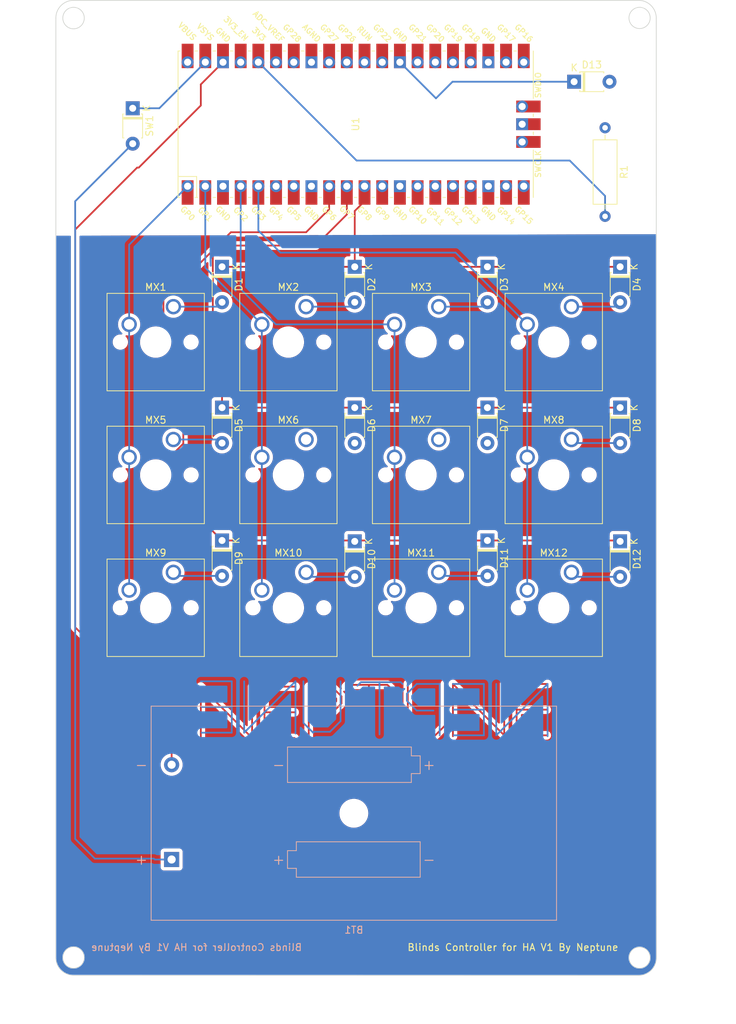
<source format=kicad_pcb>
(kicad_pcb (version 20221018) (generator pcbnew)
  (layers (0 "F.Cu" signal) (31 "B.Cu" signal) (34 "B.Paste" user) (35 "F.Paste" user) (36 "B.SilkS" user "B.Silkscreen") (37 "F.SilkS" user "F.Silkscreen") (38 "B.Mask" user) (39 "F.Mask" user) (44 "Edge.Cuts" user))
  (net 0 "")
  (net 4 "GND")
  (net 28 "Net-(BT1-+)")
  (net 29 "Net-(BT1--)")
  (net 30 "COL1")
  (net 31 "Net-(D1-A)")
  (net 32 "Net-(D2-A)")
  (net 33 "Net-(D3-A)")
  (net 34 "Net-(D4-A)")
  (net 35 "COL2")
  (net 36 "Net-(D5-A)")
  (net 37 "Net-(D6-A)")
  (net 38 "Net-(D7-A)")
  (net 39 "Net-(D8-A)")
  (net 40 "Net-(D9-A)")
  (net 41 "Net-(D10-A)")
  (net 42 "Net-(D11-A)")
  (net 43 "Net-(D12-A)")
  (net 44 "ROW1")
  (net 45 "ROW2")
  (net 46 "ROW3")
  (net 47 "ROW4")
  (net 48 "Net-(SW1-A)")
  (net 54 "Net-(D13-K)")
  (net 55 "Net-(D13-A)")
  (net 56 "Net-(U1-3V3)")
  (net 57 "COL3")
  (footprint "Button_Switch_Keyboard:SW_Cherry_MX_1.00u_PCB" (layer "F.Cu") (at 225.171 151.765)
    (fp_text reference "MX6" (at -2.54 -2.794) (layer "F.SilkS"))
    (fp_text value "MX-NoLED")
    (pad "" np_thru_hole circle (at -7.62 5.08) (size 1.7 1.7) (drill 1.7) (layers "*.Cu" "*.Mask"))
    (pad "" np_thru_hole circle (at -2.54 5.08) (size 4 4) (drill 4) (layers "*.Cu" "*.Mask"))
    (pad "" np_thru_hole circle (at 2.54 5.08) (size 1.7 1.7) (drill 1.7) (layers "*.Cu" "*.Mask"))
    (pad "1" thru_hole circle (at 0 0) (size 2.2 2.2) (drill 1.5) (layers "*.Cu" "*.Mask") (net 37 "Net-(D6-A)"))
    (pad "2" thru_hole circle (at -6.35 2.54) (size 2.2 2.2) (drill 1.5) (layers "*.Cu" "*.Mask") (net 45 "ROW2"))
  )
  (footprint "Diode_THT:D_T-1_P5.08mm_Horizontal" (layer "F.Cu") (at 251.206 166.243 -90)
    (fp_text reference "D11" (at 2.54 -2.42 90) (layer "F.SilkS"))
    (fp_text value "D")
    (fp_text user "K" (at 0 -2 90) (layer "F.SilkS"))
    (pad "1" thru_hole rect (at 0 0 270) (size 2 2) (drill 1) (layers "*.Cu" "*.Mask") (net 57 "COL3"))
    (pad "2" thru_hole oval (at 5.08 0 270) (size 2 2) (drill 1) (layers "*.Cu" "*.Mask") (net 42 "Net-(D11-A)"))
  )
  (footprint "Diode_THT:D_T-1_P5.08mm_Horizontal" (layer "F.Cu") (at 270.256 147.193 -90)
    (fp_text reference "D8" (at 2.54 -2.42 90) (layer "F.SilkS"))
    (fp_text value "D")
    (fp_text user "K" (at 0 -2 90) (layer "F.SilkS"))
    (pad "1" thru_hole rect (at 0 0 270) (size 2 2) (drill 1) (layers "*.Cu" "*.Mask") (net 35 "COL2"))
    (pad "2" thru_hole oval (at 5.08 0 270) (size 2 2) (drill 1) (layers "*.Cu" "*.Mask") (net 39 "Net-(D8-A)"))
  )
  (footprint "Button_Switch_Keyboard:SW_Cherry_MX_1.00u_PCB" (layer "F.Cu") (at 263.271 170.815)
    (fp_text reference "MX12" (at -2.54 -2.794) (layer "F.SilkS"))
    (fp_text value "MX-NoLED")
    (pad "" np_thru_hole circle (at -7.62 5.08) (size 1.7 1.7) (drill 1.7) (layers "*.Cu" "*.Mask"))
    (pad "" np_thru_hole circle (at -2.54 5.08) (size 4 4) (drill 4) (layers "*.Cu" "*.Mask"))
    (pad "" np_thru_hole circle (at 2.54 5.08) (size 1.7 1.7) (drill 1.7) (layers "*.Cu" "*.Mask"))
    (pad "1" thru_hole circle (at 0 0) (size 2.2 2.2) (drill 1.5) (layers "*.Cu" "*.Mask") (net 43 "Net-(D12-A)"))
    (pad "2" thru_hole circle (at -6.35 2.54) (size 2.2 2.2) (drill 1.5) (layers "*.Cu" "*.Mask") (net 47 "ROW4"))
  )
  (footprint "Button_Switch_Keyboard:SW_Cherry_MX_1.00u_PCB" (layer "F.Cu") (at 263.271 151.765)
    (fp_text reference "MX8" (at -2.54 -2.794) (layer "F.SilkS"))
    (fp_text value "MX-NoLED")
    (pad "" np_thru_hole circle (at -7.62 5.08) (size 1.7 1.7) (drill 1.7) (layers "*.Cu" "*.Mask"))
    (pad "" np_thru_hole circle (at -2.54 5.08) (size 4 4) (drill 4) (layers "*.Cu" "*.Mask"))
    (pad "" np_thru_hole circle (at 2.54 5.08) (size 1.7 1.7) (drill 1.7) (layers "*.Cu" "*.Mask"))
    (pad "1" thru_hole circle (at 0 0) (size 2.2 2.2) (drill 1.5) (layers "*.Cu" "*.Mask") (net 39 "Net-(D8-A)"))
    (pad "2" thru_hole circle (at -6.35 2.54) (size 2.2 2.2) (drill 1.5) (layers "*.Cu" "*.Mask") (net 47 "ROW4"))
  )
  (footprint "Button_Switch_Keyboard:SW_Cherry_MX_1.00u_PCB" (layer "F.Cu") (at 244.221 170.815)
    (fp_text reference "MX11" (at -2.54 -2.794) (layer "F.SilkS"))
    (fp_text value "MX-NoLED")
    (pad "" np_thru_hole circle (at -7.62 5.08) (size 1.7 1.7) (drill 1.7) (layers "*.Cu" "*.Mask"))
    (pad "" np_thru_hole circle (at -2.54 5.08) (size 4 4) (drill 4) (layers "*.Cu" "*.Mask"))
    (pad "" np_thru_hole circle (at 2.54 5.08) (size 1.7 1.7) (drill 1.7) (layers "*.Cu" "*.Mask"))
    (pad "1" thru_hole circle (at 0 0) (size 2.2 2.2) (drill 1.5) (layers "*.Cu" "*.Mask") (net 42 "Net-(D11-A)"))
    (pad "2" thru_hole circle (at -6.35 2.54) (size 2.2 2.2) (drill 1.5) (layers "*.Cu" "*.Mask") (net 46 "ROW3"))
  )
  (footprint "Diode_THT:D_T-1_P5.08mm_Horizontal" (layer "F.Cu") (at 270.256 166.37 -90)
    (fp_text reference "D12" (at 2.54 -2.42 90) (layer "F.SilkS"))
    (fp_text value "D")
    (fp_text user "K" (at 0 -2 90) (layer "F.SilkS"))
    (pad "1" thru_hole rect (at 0 0 270) (size 2 2) (drill 1) (layers "*.Cu" "*.Mask") (net 57 "COL3"))
    (pad "2" thru_hole oval (at 5.08 0 270) (size 2 2) (drill 1) (layers "*.Cu" "*.Mask") (net 43 "Net-(D12-A)"))
  )
  (footprint "Button_Switch_Keyboard:SW_Cherry_MX_1.00u_PCB" (layer "F.Cu") (at 206.121 151.765)
    (fp_text reference "MX5" (at -2.54 -2.794) (layer "F.SilkS"))
    (fp_text value "MX-NoLED")
    (pad "" np_thru_hole circle (at -7.62 5.08) (size 1.7 1.7) (drill 1.7) (layers "*.Cu" "*.Mask"))
    (pad "" np_thru_hole circle (at -2.54 5.08) (size 4 4) (drill 4) (layers "*.Cu" "*.Mask"))
    (pad "" np_thru_hole circle (at 2.54 5.08) (size 1.7 1.7) (drill 1.7) (layers "*.Cu" "*.Mask"))
    (pad "1" thru_hole circle (at 0 0) (size 2.2 2.2) (drill 1.5) (layers "*.Cu" "*.Mask") (net 36 "Net-(D5-A)"))
    (pad "2" thru_hole circle (at -6.35 2.54) (size 2.2 2.2) (drill 1.5) (layers "*.Cu" "*.Mask") (net 44 "ROW1"))
  )
  (footprint "Diode_THT:D_T-1_P5.08mm_Horizontal" (layer "F.Cu") (at 213.106 127 -90)
    (fp_text reference "D1" (at 2.54 -2.42 90) (layer "F.SilkS"))
    (fp_text value "D")
    (fp_text user "K" (at 0 -2 90) (layer "F.SilkS"))
    (pad "1" thru_hole rect (at 0 0 270) (size 2 2) (drill 1) (layers "*.Cu" "*.Mask") (net 30 "COL1"))
    (pad "2" thru_hole oval (at 5.08 0 270) (size 2 2) (drill 1) (layers "*.Cu" "*.Mask") (net 31 "Net-(D1-A)"))
  )
  (footprint "Diode_THT:D_T-1_P5.08mm_Horizontal" (layer "F.Cu") (at 200.279 104.267 -90)
    (fp_text reference "SW1" (at 2.54 -2.42 90) (layer "F.SilkS"))
    (fp_text value "SW_SPST")
    (fp_text user "K" (at 0 -2 90) (layer "F.SilkS"))
    (pad "1" thru_hole rect (at 0 0 270) (size 2 2) (drill 1) (layers "*.Cu" "*.Mask") (net 48 "Net-(SW1-A)"))
    (pad "2" thru_hole oval (at 5.08 0 270) (size 2 2) (drill 1) (layers "*.Cu" "*.Mask") (net 28 "Net-(BT1-+)"))
  )
  (footprint "Diode_THT:D_T-1_P5.08mm_Horizontal" (layer "F.Cu") (at 232.156 127 -90)
    (fp_text reference "D2" (at 2.54 -2.42 90) (layer "F.SilkS"))
    (fp_text value "D")
    (fp_text user "K" (at 0 -2 90) (layer "F.SilkS"))
    (pad "1" thru_hole rect (at 0 0 270) (size 2 2) (drill 1) (layers "*.Cu" "*.Mask") (net 30 "COL1"))
    (pad "2" thru_hole oval (at 5.08 0 270) (size 2 2) (drill 1) (layers "*.Cu" "*.Mask") (net 32 "Net-(D2-A)"))
  )
  (footprint "Diode_THT:D_T-1_P5.08mm_Horizontal" (layer "F.Cu") (at 251.206 127 -90)
    (fp_text reference "D3" (at 2.54 -2.42 90) (layer "F.SilkS"))
    (fp_text value "D")
    (fp_text user "K" (at 0 -2 90) (layer "F.SilkS"))
    (pad "1" thru_hole rect (at 0 0 270) (size 2 2) (drill 1) (layers "*.Cu" "*.Mask") (net 30 "COL1"))
    (pad "2" thru_hole oval (at 5.08 0 270) (size 2 2) (drill 1) (layers "*.Cu" "*.Mask") (net 33 "Net-(D3-A)"))
  )
  (footprint "Diode_THT:D_T-1_P5.08mm_Horizontal" (layer "F.Cu") (at 232.156 147.193 -90)
    (fp_text reference "D6" (at 2.54 -2.42 90) (layer "F.SilkS"))
    (fp_text value "D")
    (fp_text user "K" (at 0 -2 90) (layer "F.SilkS"))
    (pad "1" thru_hole rect (at 0 0 270) (size 2 2) (drill 1) (layers "*.Cu" "*.Mask") (net 35 "COL2"))
    (pad "2" thru_hole oval (at 5.08 0 270) (size 2 2) (drill 1) (layers "*.Cu" "*.Mask") (net 37 "Net-(D6-A)"))
  )
  (footprint "PI Pico:RPi_Pico_SMD_TH" (layer "F.Cu") (at 232.292 106.553 90)
    (fp_text reference "U1" (at 0 0 90) (layer "F.SilkS"))
    (fp_text value "Pico")
    (fp_text user "GND" (at -12.8 -19.05 135) (layer "F.SilkS") (effects (font (size 0.8 0.8))))
    (fp_text user "GP10" (at -13.054 8.89 135) (layer "F.SilkS") (effects (font (size 0.8 0.8))))
    (fp_text user "ADC_VREF" (at 14 -12.5 135) (layer "F.SilkS") (effects (font (size 0.8 0.8))))
    (fp_text user "GP26" (at 13.054 -1.27 135) (layer "F.SilkS") (effects (font (size 0.8 0.8))))
    (fp_text user "GP9" (at -12.8 3.81 135) (layer "F.SilkS") (effects (font (size 0.8 0.8))))
    (fp_text user "GP18" (at 13.054 16.51 135) (layer "F.SilkS") (effects (font (size 0.8 0.8))))
    (fp_text user "GP2" (at -12.9 -16.51 135) (layer "F.SilkS") (effects (font (size 0.8 0.8))))
    (fp_text user "GP6" (at -12.8 -3.81 135) (layer "F.SilkS") (effects (font (size 0.8 0.8))))
    (fp_text user "GP20" (at 13.054 11.43 135) (layer "F.SilkS") (effects (font (size 0.8 0.8))))
    (fp_text user "GND" (at -12.8 -6.35 135) (layer "F.SilkS") (effects (font (size 0.8 0.8))))
    (fp_text user "GP15" (at -13.054 24.13 135) (layer "F.SilkS") (effects (font (size 0.8 0.8))))
    (fp_text user "GP0" (at -12.8 -24.13 135) (layer "F.SilkS") (effects (font (size 0.8 0.8))))
    (fp_text user "GND" (at 12.8 19.05 135) (layer "F.SilkS") (effects (font (size 0.8 0.8))))
    (fp_text user "VSYS" (at 13.2 -21.59 135) (layer "F.SilkS") (effects (font (size 0.8 0.8))))
    (fp_text user "RUN" (at 13 1.27 135) (layer "F.SilkS") (effects (font (size 0.8 0.8))))
    (fp_text user "AGND" (at 13.054 -6.35 135) (layer "F.SilkS") (effects (font (size 0.8 0.8))))
    (fp_text user "GND" (at 12.8 -19.05 135) (layer "F.SilkS") (effects (font (size 0.8 0.8))))
    (fp_text user "3V3" (at 12.9 -13.9 135) (layer "F.SilkS") (effects (font (size 0.8 0.8))))
    (fp_text user "GP19" (at 13.054 13.97 135) (layer "F.SilkS") (effects (font (size 0.8 0.8))))
    (fp_text user "GP3" (at -12.8 -13.97 135) (layer "F.SilkS") (effects (font (size 0.8 0.8))))
    (fp_text user "GP27" (at 13.054 -3.8 135) (layer "F.SilkS") (effects (font (size 0.8 0.8))))
    (fp_text user "GP1" (at -12.9 -21.6 135) (layer "F.SilkS") (effects (font (size 0.8 0.8))))
    (fp_text user "VBUS" (at 13.3 -24.2 135) (layer "F.SilkS") (effects (font (size 0.8 0.8))))
    (fp_text user "GP4" (at -12.8 -11.43 135) (layer "F.SilkS") (effects (font (size 0.8 0.8))))
    (fp_text user "GP14" (at -13.1 21.59 135) (layer "F.SilkS") (effects (font (size 0.8 0.8))))
    (fp_text user "GND" (at -12.8 19.05 135) (layer "F.SilkS") (effects (font (size 0.8 0.8))))
    (fp_text user "GP13" (at -13.054 16.51 135) (layer "F.SilkS") (effects (font (size 0.8 0.8))))
    (fp_text user "GP8" (at -12.8 1.27 135) (layer "F.SilkS") (effects (font (size 0.8 0.8))))
    (fp_text user "GND" (at 12.8 6.35 135) (layer "F.SilkS") (effects (font (size 0.8 0.8))))
    (fp_text user "GP28" (at 13.054 -9.144 135) (layer "F.SilkS") (effects (font (size 0.8 0.8))))
    (fp_text user "GP17" (at 13.054 21.59 135) (layer "F.SilkS") (effects (font (size 0.8 0.8))))
    (fp_text user "GP16" (at 13.054 24.13 135) (layer "F.SilkS") (effects (font (size 0.8 0.8))))
    (fp_text user "GP7" (at -12.7 -1.3 135) (layer "F.SilkS") (effects (font (size 0.8 0.8))))
    (fp_text user "SWDIO" (at 5.6 26.2 90) (layer "F.SilkS") (effects (font (size 0.8 0.8))))
    (fp_text user "GP5" (at -12.8 -8.89 135) (layer "F.SilkS") (effects (font (size 0.8 0.8))))
    (fp_text user "GP12" (at -13.2 13.97 135) (layer "F.SilkS") (effects (font (size 0.8 0.8))))
    (fp_text user "GP11" (at -13.2 11.43 135) (layer "F.SilkS") (effects (font (size 0.8 0.8))))
    (fp_text user "SWCLK" (at -5.7 26.2 90) (layer "F.SilkS") (effects (font (size 0.8 0.8))))
    (fp_text user "GP21" (at 13.054 8.9 135) (layer "F.SilkS") (effects (font (size 0.8 0.8))))
    (fp_text user "GP22" (at 13.054 3.81 135) (layer "F.SilkS") (effects (font (size 0.8 0.8))))
    (fp_text user "3V3_EN" (at 13.7 -17.2 135) (layer "F.SilkS") (effects (font (size 0.8 0.8))))
    (fp_text user "GND" (at -12.8 6.35 135) (layer "F.SilkS") (effects (font (size 0.8 0.8))))
    (pad "" np_thru_hole oval (at -2.725 -24 90) (size 1.8 1.8) (drill 1.8) (layers "*.Cu" "*.Mask"))
    (pad "" np_thru_hole oval (at -2.425 -20.97 90) (size 1.5 1.5) (drill 1.5) (layers "*.Cu" "*.Mask"))
    (pad "" np_thru_hole oval (at 2.425 -20.97 90) (size 1.5 1.5) (drill 1.5) (layers "*.Cu" "*.Mask"))
    (pad "" np_thru_hole oval (at 2.725 -24 90) (size 1.8 1.8) (drill 1.8) (layers "*.Cu" "*.Mask"))
    (pad "1" thru_hole oval (at -8.89 -24.13 90) (size 1.7 1.7) (drill 1.02) (layers "*.Cu" "*.Mask") (net 44 "ROW1"))
    (pad "1" smd rect (at -8.89 -24.13 90) (size 3.5 1.7) (drill (offset -0.9 0)) (layers "F.Cu" "F.Mask") (net 44 "ROW1"))
    (pad "2" thru_hole oval (at -8.89 -21.59 90) (size 1.7 1.7) (drill 1.02) (layers "*.Cu" "*.Mask") (net 45 "ROW2"))
    (pad "2" smd rect (at -8.89 -21.59 90) (size 3.5 1.7) (drill (offset -0.9 0)) (layers "F.Cu" "F.Mask") (net 45 "ROW2"))
    (pad "3" thru_hole rect (at -8.89 -19.05 90) (size 1.7 1.7) (drill 1.02) (layers "*.Cu" "*.Mask"))
    (pad "3" smd rect (at -8.89 -19.05 90) (size 3.5 1.7) (drill (offset -0.9 0)) (layers "F.Cu" "F.Mask"))
    (pad "4" thru_hole oval (at -8.89 -16.51 90) (size 1.7 1.7) (drill 1.02) (layers "*.Cu" "*.Mask") (net 46 "ROW3"))
    (pad "4" smd rect (at -8.89 -16.51 90) (size 3.5 1.7) (drill (offset -0.9 0)) (layers "F.Cu" "F.Mask") (net 46 "ROW3"))
    (pad "5" thru_hole oval (at -8.89 -13.97 90) (size 1.7 1.7) (drill 1.02) (layers "*.Cu" "*.Mask") (net 47 "ROW4"))
    (pad "5" smd rect (at -8.89 -13.97 90) (size 3.5 1.7) (drill (offset -0.9 0)) (layers "F.Cu" "F.Mask") (net 47 "ROW4"))
    (pad "6" thru_hole oval (at -8.89 -11.43 90) (size 1.7 1.7) (drill 1.02) (layers "*.Cu" "*.Mask"))
    (pad "6" smd rect (at -8.89 -11.43 90) (size 3.5 1.7) (drill (offset -0.9 0)) (layers "F.Cu" "F.Mask"))
    (pad "7" thru_hole oval (at -8.89 -8.89 90) (size 1.7 1.7) (drill 1.02) (layers "*.Cu" "*.Mask"))
    (pad "7" smd rect (at -8.89 -8.89 90) (size 3.5 1.7) (drill (offset -0.9 0)) (layers "F.Cu" "F.Mask"))
    (pad "8" thru_hole rect (at -8.89 -6.35 90) (size 1.7 1.7) (drill 1.02) (layers "*.Cu" "*.Mask"))
    (pad "8" smd rect (at -8.89 -6.35 90) (size 3.5 1.7) (drill (offset -0.9 0)) (layers "F.Cu" "F.Mask"))
    (pad "9" thru_hole oval (at -8.89 -3.81 90) (size 1.7 1.7) (drill 1.02) (layers "*.Cu" "*.Mask") (net 57 "COL3"))
    (pad "9" smd rect (at -8.89 -3.81 90) (size 3.5 1.7) (drill (offset -0.9 0)) (layers "F.Cu" "F.Mask") (net 57 "COL3"))
    (pad "10" thru_hole oval (at -8.89 -1.27 90) (size 1.7 1.7) (drill 1.02) (layers "*.Cu" "*.Mask") (net 35 "COL2"))
    (pad "10" smd rect (at -8.89 -1.27 90) (size 3.5 1.7) (drill (offset -0.9 0)) (layers "F.Cu" "F.Mask") (net 35 "COL2"))
    (pad "11" thru_hole oval (at -8.89 1.27 90) (size 1.7 1.7) (drill 1.02) (layers "*.Cu" "*.Mask") (net 30 "COL1"))
    (pad "11" smd rect (at -8.89 1.27 90) (size 3.5 1.7) (drill (offset -0.9 0)) (layers "F.Cu" "F.Mask") (net 30 "COL1"))
    (pad "12" thru_hole oval (at -8.89 3.81 90) (size 1.7 1.7) (drill 1.02) (layers "*.Cu" "*.Mask"))
    (pad "12" smd rect (at -8.89 3.81 90) (size 3.5 1.7) (drill (offset -0.9 0)) (layers "F.Cu" "F.Mask"))
    (pad "13" thru_hole rect (at -8.89 6.35 90) (size 1.7 1.7) (drill 1.02) (layers "*.Cu" "*.Mask") (net 4 "GND"))
    (pad "13" smd rect (at -8.89 6.35 90) (size 3.5 1.7) (drill (offset -0.9 0)) (layers "F.Cu" "F.Mask") (net 4 "GND"))
    (pad "14" thru_hole oval (at -8.89 8.89 90) (size 1.7 1.7) (drill 1.02) (layers "*.Cu" "*.Mask"))
    (pad "14" smd rect (at -8.89 8.89 90) (size 3.5 1.7) (drill (offset -0.9 0)) (layers "F.Cu" "F.Mask"))
    (pad "15" thru_hole oval (at -8.89 11.43 90) (size 1.7 1.7) (drill 1.02) (layers "*.Cu" "*.Mask"))
    (pad "15" smd rect (at -8.89 11.43 90) (size 3.5 1.7) (drill (offset -0.9 0)) (layers "F.Cu" "F.Mask"))
    (pad "16" thru_hole oval (at -8.89 13.97 90) (size 1.7 1.7) (drill 1.02) (layers "*.Cu" "*.Mask"))
    (pad "16" smd rect (at -8.89 13.97 90) (size 3.5 1.7) (drill (offset -0.9 0)) (layers "F.Cu" "F.Mask"))
    (pad "17" thru_hole oval (at -8.89 16.51 90) (size 1.7 1.7) (drill 1.02) (layers "*.Cu" "*.Mask"))
    (pad "17" smd rect (at -8.89 16.51 90) (size 3.5 1.7) (drill (offset -0.9 0)) (layers "F.Cu" "F.Mask"))
    (pad "18" thru_hole rect (at -8.89 19.05 90) (size 1.7 1.7) (drill 1.02) (layers "*.Cu" "*.Mask"))
    (pad "18" smd rect (at -8.89 19.05 90) (size 3.5 1.7) (drill (offset -0.9 0)) (layers "F.Cu" "F.Mask"))
    (pad "19" thru_hole oval (at -8.89 21.59 90) (size 1.7 1.7) (drill 1.02) (layers "*.Cu" "*.Mask"))
    (pad "19" smd rect (at -8.89 21.59 90) (size 3.5 1.7) (drill (offset -0.9 0)) (layers "F.Cu" "F.Mask"))
    (pad "20" thru_hole oval (at -8.89 24.13 90) (size 1.7 1.7) (drill 1.02) (layers "*.Cu" "*.Mask"))
    (pad "20" smd rect (at -8.89 24.13 90) (size 3.5 1.7) (drill (offset -0.9 0)) (layers "F.Cu" "F.Mask"))
    (pad "21" thru_hole oval (at 8.89 24.13 90) (size 1.7 1.7) (drill 1.02) (layers "*.Cu" "*.Mask"))
    (pad "21" smd rect (at 8.89 24.13 90) (size 3.5 1.7) (drill (offset 0.9 0)) (layers "F.Cu" "F.Mask"))
    (pad "22" thru_hole oval (at 8.89 21.59 90) (size 1.7 1.7) (drill 1.02) (layers "*.Cu" "*.Mask"))
    (pad "22" smd rect (at 8.89 21.59 90) (size 3.5 1.7) (drill (offset 0.9 0)) (layers "F.Cu" "F.Mask"))
    (pad "23" thru_hole rect (at 8.89 19.05 90) (size 1.7 1.7) (drill 1.02) (layers "*.Cu" "*.Mask"))
    (pad "23" smd rect (at 8.89 19.05 90) (size 3.5 1.7) (drill (offset 0.9 0)) (layers "F.Cu" "F.Mask"))
    (pad "24" thru_hole oval (at 8.89 16.51 90) (size 1.7 1.7) (drill 1.02) (layers "*.Cu" "*.Mask"))
    (pad "24" smd rect (at 8.89 16.51 90) (size 3.5 1.7) (drill (offset 0.9 0)) (layers "F.Cu" "F.Mask"))
    (pad "25" thru_hole oval (at 8.89 13.97 90) (size 1.7 1.7) (drill 1.02) (layers "*.Cu" "*.Mask"))
    (pad "25" smd rect (at 8.89 13.97 90) (size 3.5 1.7) (drill (offset 0.9 0)) (layers "F.Cu" "F.Mask"))
    (pad "26" thru_hole oval (at 8.89 11.43 90) (size 1.7 1.7) (drill 1.02) (layers "*.Cu" "*.Mask"))
    (pad "26" smd rect (at 8.89 11.43 90) (size 3.5 1.7) (drill (offset 0.9 0)) (layers "F.Cu" "F.Mask"))
    (pad "27" thru_hole oval (at 8.89 8.89 90) (size 1.7 1.7) (drill 1.02) (layers "*.Cu" "*.Mask"))
    (pad "27" smd rect (at 8.89 8.89 90) (size 3.5 1.7) (drill (offset 0.9 0)) (layers "F.Cu" "F.Mask"))
    (pad "28" thru_hole rect (at 8.89 6.35 90) (size 1.7 1.7) (drill 1.02) (layers "*.Cu" "*.Mask") (net 54 "Net-(D13-K)"))
    (pad "28" smd rect (at 8.89 6.35 90) (size 3.5 1.7) (drill (offset 0.9 0)) (layers "F.Cu" "F.Mask") (net 54 "Net-(D13-K)"))
    (pad "29" thru_hole oval (at 8.89 3.81 90) (size 1.7 1.7) (drill 1.02) (layers "*.Cu" "*.Mask"))
    (pad "29" smd rect (at 8.89 3.81 90) (size 3.5 1.7) (drill (offset 0.9 0)) (layers "F.Cu" "F.Mask"))
    (pad "30" thru_hole oval (at 8.89 1.27 90) (size 1.7 1.7) (drill 1.02) (layers "*.Cu" "*.Mask"))
    (pad "30" smd rect (at 8.89 1.27 90) (size 3.5 1.7) (drill (offset 0.9 0)) (layers "F.Cu" "F.Mask"))
    (pad "31" thru_hole oval (at 8.89 -1.27 90) (size 1.7 1.7) (drill 1.02) (layers "*.Cu" "*.Mask"))
    (pad "31" smd rect (at 8.89 -1.27 90) (size 3.5 1.7) (drill (offset 0.9 0)) (layers "F.Cu" "F.Mask"))
    (pad "32" thru_hole oval (at 8.89 -3.81 90) (size 1.7 1.7) (drill 1.02) (layers "*.Cu" "*.Mask"))
    (pad "32" smd rect (at 8.89 -3.81 90) (size 3.5 1.7) (drill (offset 0.9 0)) (layers "F.Cu" "F.Mask"))
    (pad "33" thru_hole rect (at 8.89 -6.35 90) (size 1.7 1.7) (drill 1.02) (layers "*.Cu" "*.Mask"))
    (pad "33" smd rect (at 8.89 -6.35 90) (size 3.5 1.7) (drill (offset 0.9 0)) (layers "F.Cu" "F.Mask"))
    (pad "34" thru_hole oval (at 8.89 -8.89 90) (size 1.7 1.7) (drill 1.02) (layers "*.Cu" "*.Mask"))
    (pad "34" smd rect (at 8.89 -8.89 90) (size 3.5 1.7) (drill (offset 0.9 0)) (layers "F.Cu" "F.Mask"))
    (pad "35" thru_hole oval (at 8.89 -11.43 90) (size 1.7 1.7) (drill 1.02) (layers "*.Cu" "*.Mask"))
    (pad "35" smd rect (at 8.89 -11.43 90) (size 3.5 1.7) (drill (offset 0.9 0)) (layers "F.Cu" "F.Mask"))
    (pad "36" thru_hole oval (at 8.89 -13.97 90) (size 1.7 1.7) (drill 1.02) (layers "*.Cu" "*.Mask") (net 56 "Net-(U1-3V3)"))
    (pad "36" smd rect (at 8.89 -13.97 90) (size 3.5 1.7) (drill (offset 0.9 0)) (layers "F.Cu" "F.Mask") (net 56 "Net-(U1-3V3)"))
    (pad "37" thru_hole oval (at 8.89 -16.51 90) (size 1.7 1.7) (drill 1.02) (layers "*.Cu" "*.Mask"))
    (pad "37" smd rect (at 8.89 -16.51 90) (size 3.5 1.7) (drill (offset 0.9 0)) (layers "F.Cu" "F.Mask"))
    (pad "38" thru_hole rect (at 8.89 -19.05 90) (size 1.7 1.7) (drill 1.02) (layers "*.Cu" "*.Mask") (net 29 "Net-(BT1--)"))
    (pad "38" smd rect (at 8.89 -19.05 90) (size 3.5 1.7) (drill (offset 0.9 0)) (layers "F.Cu" "F.Mask") (net 29 "Net-(BT1--)"))
    (pad "39" thru_hole oval (at 8.89 -21.59 90) (size 1.7 1.7) (drill 1.02) (layers "*.Cu" "*.Mask") (net 48 "Net-(SW1-A)"))
    (pad "39" smd rect (at 8.89 -21.59 90) (size 3.5 1.7) (drill (offset 0.9 0)) (layers "F.Cu" "F.Mask") (net 48 "Net-(SW1-A)"))
    (pad "40" thru_hole oval (at 8.89 -24.13 90) (size 1.7 1.7) (drill 1.02) (layers "*.Cu" "*.Mask"))
    (pad "40" smd rect (at 8.89 -24.13 90) (size 3.5 1.7) (drill (offset 0.9 0)) (layers "F.Cu" "F.Mask"))
    (pad "41" thru_hole oval (at -2.54 23.9 90) (size 1.7 1.7) (drill 1.02) (layers "*.Cu" "*.Mask"))
    (pad "41" smd rect (at -2.54 23.9 180) (size 3.5 1.7) (drill (offset -0.9 0)) (layers "F.Cu" "F.Mask"))
    (pad "42" thru_hole rect (at 0 23.9 90) (size 1.7 1.7) (drill 1.02) (layers "*.Cu" "*.Mask"))
    (pad "42" smd rect (at 0 23.9 180) (size 3.5 1.7) (drill (offset -0.9 0)) (layers "F.Cu" "F.Mask"))
    (pad "43" thru_hole oval (at 2.54 23.9 90) (size 1.7 1.7) (drill 1.02) (layers "*.Cu" "*.Mask"))
    (pad "43" smd rect (at 2.54 23.9 180) (size 3.5 1.7) (drill (offset -0.9 0)) (layers "F.Cu" "F.Mask"))
  )
  (footprint "Diode_THT:D_T-1_P5.08mm_Horizontal" (layer "F.Cu") (at 263.652 100.457)
    (fp_text reference "D13" (at 2.54 -2.42) (layer "F.SilkS"))
    (fp_text value "LED")
    (fp_text user "K" (at 0 -2) (layer "F.SilkS"))
    (pad "1" thru_hole rect (at 0 0) (size 2 2) (drill 1) (layers "*.Cu" "*.Mask") (net 54 "Net-(D13-K)"))
    (pad "2" thru_hole oval (at 5.08 0) (size 2 2) (drill 1) (layers "*.Cu" "*.Mask") (net 55 "Net-(D13-A)"))
  )
  (footprint "Button_Switch_Keyboard:SW_Cherry_MX_1.00u_PCB" (layer "F.Cu") (at 225.171 132.715)
    (fp_text reference "MX2" (at -2.54 -2.794) (layer "F.SilkS"))
    (fp_text value "MX-NoLED")
    (pad "" np_thru_hole circle (at -7.62 5.08) (size 1.7 1.7) (drill 1.7) (layers "*.Cu" "*.Mask"))
    (pad "" np_thru_hole circle (at -2.54 5.08) (size 4 4) (drill 4) (layers "*.Cu" "*.Mask"))
    (pad "" np_thru_hole circle (at 2.54 5.08) (size 1.7 1.7) (drill 1.7) (layers "*.Cu" "*.Mask"))
    (pad "1" thru_hole circle (at 0 0) (size 2.2 2.2) (drill 1.5) (layers "*.Cu" "*.Mask") (net 32 "Net-(D2-A)"))
    (pad "2" thru_hole circle (at -6.35 2.54) (size 2.2 2.2) (drill 1.5) (layers "*.Cu" "*.Mask") (net 45 "ROW2"))
  )
  (footprint "Resistor_THT:R_Axial_DIN0309_L9.0mm_D3.2mm_P12.70mm_Horizontal" (layer "F.Cu") (at 268.097 107.061 -90)
    (fp_text reference "R1" (at 6.35 -2.72 90) (layer "F.SilkS"))
    (fp_text value "R470")
    (pad "1" thru_hole circle (at 0 0 270) (size 1.6 1.6) (drill 0.8) (layers "*.Cu" "*.Mask") (net 55 "Net-(D13-A)"))
    (pad "2" thru_hole oval (at 12.7 0 270) (size 1.6 1.6) (drill 0.8) (layers "*.Cu" "*.Mask") (net 56 "Net-(U1-3V3)"))
  )
  (footprint "Button_Switch_Keyboard:SW_Cherry_MX_1.00u_PCB" (layer "F.Cu") (at 206.121 132.715)
    (fp_text reference "MX1" (at -2.54 -2.794) (layer "F.SilkS"))
    (fp_text value "MX-NoLED")
    (pad "" np_thru_hole circle (at -7.62 5.08) (size 1.7 1.7) (drill 1.7) (layers "*.Cu" "*.Mask"))
    (pad "" np_thru_hole circle (at -2.54 5.08) (size 4 4) (drill 4) (layers "*.Cu" "*.Mask"))
    (pad "" np_thru_hole circle (at 2.54 5.08) (size 1.7 1.7) (drill 1.7) (layers "*.Cu" "*.Mask"))
    (pad "1" thru_hole circle (at 0 0) (size 2.2 2.2) (drill 1.5) (layers "*.Cu" "*.Mask") (net 31 "Net-(D1-A)"))
    (pad "2" thru_hole circle (at -6.35 2.54) (size 2.2 2.2) (drill 1.5) (layers "*.Cu" "*.Mask") (net 44 "ROW1"))
  )
  (footprint "Button_Switch_Keyboard:SW_Cherry_MX_1.00u_PCB" (layer "F.Cu") (at 244.221 132.715)
    (fp_text reference "MX3" (at -2.54 -2.794) (layer "F.SilkS"))
    (fp_text value "MX-NoLED")
    (pad "" np_thru_hole circle (at -7.62 5.08) (size 1.7 1.7) (drill 1.7) (layers "*.Cu" "*.Mask"))
    (pad "" np_thru_hole circle (at -2.54 5.08) (size 4 4) (drill 4) (layers "*.Cu" "*.Mask"))
    (pad "" np_thru_hole circle (at 2.54 5.08) (size 1.7 1.7) (drill 1.7) (layers "*.Cu" "*.Mask"))
    (pad "1" thru_hole circle (at 0 0) (size 2.2 2.2) (drill 1.5) (layers "*.Cu" "*.Mask") (net 33 "Net-(D3-A)"))
    (pad "2" thru_hole circle (at -6.35 2.54) (size 2.2 2.2) (drill 1.5) (layers "*.Cu" "*.Mask") (net 46 "ROW3"))
  )
  (footprint "Diode_THT:D_T-1_P5.08mm_Horizontal" (layer "F.Cu") (at 270.256 127 -90)
    (fp_text reference "D4" (at 2.54 -2.42 90) (layer "F.SilkS"))
    (fp_text value "D")
    (fp_text user "K" (at 0 -2 90) (layer "F.SilkS"))
    (pad "1" thru_hole rect (at 0 0 270) (size 2 2) (drill 1) (layers "*.Cu" "*.Mask") (net 30 "COL1"))
    (pad "2" thru_hole oval (at 5.08 0 270) (size 2 2) (drill 1) (layers "*.Cu" "*.Mask") (net 34 "Net-(D4-A)"))
  )
  (footprint "Button_Switch_Keyboard:SW_Cherry_MX_1.00u_PCB" (layer "F.Cu") (at 263.271 132.715)
    (fp_text reference "MX4" (at -2.54 -2.794) (layer "F.SilkS"))
    (fp_text value "MX-NoLED")
    (pad "" np_thru_hole circle (at -7.62 5.08) (size 1.7 1.7) (drill 1.7) (layers "*.Cu" "*.Mask"))
    (pad "" np_thru_hole circle (at -2.54 5.08) (size 4 4) (drill 4) (layers "*.Cu" "*.Mask"))
    (pad "" np_thru_hole circle (at 2.54 5.08) (size 1.7 1.7) (drill 1.7) (layers "*.Cu" "*.Mask"))
    (pad "1" thru_hole circle (at 0 0) (size 2.2 2.2) (drill 1.5) (layers "*.Cu" "*.Mask") (net 34 "Net-(D4-A)"))
    (pad "2" thru_hole circle (at -6.35 2.54) (size 2.2 2.2) (drill 1.5) (layers "*.Cu" "*.Mask") (net 47 "ROW4"))
  )
  (footprint "Button_Switch_Keyboard:SW_Cherry_MX_1.00u_PCB" (layer "F.Cu") (at 225.171 170.815)
    (fp_text reference "MX10" (at -2.54 -2.794) (layer "F.SilkS"))
    (fp_text value "MX-NoLED")
    (pad "" np_thru_hole circle (at -7.62 5.08) (size 1.7 1.7) (drill 1.7) (layers "*.Cu" "*.Mask"))
    (pad "" np_thru_hole circle (at -2.54 5.08) (size 4 4) (drill 4) (layers "*.Cu" "*.Mask"))
    (pad "" np_thru_hole circle (at 2.54 5.08) (size 1.7 1.7) (drill 1.7) (layers "*.Cu" "*.Mask"))
    (pad "1" thru_hole circle (at 0 0) (size 2.2 2.2) (drill 1.5) (layers "*.Cu" "*.Mask") (net 41 "Net-(D10-A)"))
    (pad "2" thru_hole circle (at -6.35 2.54) (size 2.2 2.2) (drill 1.5) (layers "*.Cu" "*.Mask") (net 45 "ROW2"))
  )
  (footprint "Button_Switch_Keyboard:SW_Cherry_MX_1.00u_PCB" (layer "F.Cu") (at 206.121 170.815)
    (fp_text reference "MX9" (at -2.54 -2.794) (layer "F.SilkS"))
    (fp_text value "MX-NoLED")
    (pad "" np_thru_hole circle (at -7.62 5.08) (size 1.7 1.7) (drill 1.7) (layers "*.Cu" "*.Mask"))
    (pad "" np_thru_hole circle (at -2.54 5.08) (size 4 4) (drill 4) (layers "*.Cu" "*.Mask"))
    (pad "" np_thru_hole circle (at 2.54 5.08) (size 1.7 1.7) (drill 1.7) (layers "*.Cu" "*.Mask"))
    (pad "1" thru_hole circle (at 0 0) (size 2.2 2.2) (drill 1.5) (layers "*.Cu" "*.Mask") (net 40 "Net-(D9-A)"))
    (pad "2" thru_hole circle (at -6.35 2.54) (size 2.2 2.2) (drill 1.5) (layers "*.Cu" "*.Mask") (net 44 "ROW1"))
  )
  (footprint "Diode_THT:D_T-1_P5.08mm_Horizontal" (layer "F.Cu") (at 232.156 166.37 -90)
    (fp_text reference "D10" (at 2.54 -2.42 90) (layer "F.SilkS"))
    (fp_text value "D")
    (fp_text user "K" (at 0 -2 90) (layer "F.SilkS"))
    (pad "1" thru_hole rect (at 0 0 270) (size 2 2) (drill 1) (layers "*.Cu" "*.Mask") (net 57 "COL3"))
    (pad "2" thru_hole oval (at 5.08 0 270) (size 2 2) (drill 1) (layers "*.Cu" "*.Mask") (net 41 "Net-(D10-A)"))
  )
  (footprint "Diode_THT:D_T-1_P5.08mm_Horizontal" (layer "F.Cu") (at 251.206 147.193 -90)
    (fp_text reference "D7" (at 2.54 -2.42 90) (layer "F.SilkS"))
    (fp_text value "D")
    (fp_text user "K" (at 0 -2 90) (layer "F.SilkS"))
    (pad "1" thru_hole rect (at 0 0 270) (size 2 2) (drill 1) (layers "*.Cu" "*.Mask") (net 35 "COL2"))
    (pad "2" thru_hole oval (at 5.08 0 270) (size 2 2) (drill 1) (layers "*.Cu" "*.Mask") (net 38 "Net-(D7-A)"))
  )
  (footprint "Diode_THT:D_T-1_P5.08mm_Horizontal" (layer "F.Cu") (at 213.106 147.193 -90)
    (fp_text reference "D5" (at 2.54 -2.42 90) (layer "F.SilkS"))
    (fp_text value "D")
    (fp_text user "K" (at 0 -2 90) (layer "F.SilkS"))
    (pad "1" thru_hole rect (at 0 0 270) (size 2 2) (drill 1) (layers "*.Cu" "*.Mask") (net 35 "COL2"))
    (pad "2" thru_hole oval (at 5.08 0 270) (size 2 2) (drill 1) (layers "*.Cu" "*.Mask") (net 36 "Net-(D5-A)"))
  )
  (footprint "Diode_THT:D_T-1_P5.08mm_Horizontal" (layer "F.Cu") (at 213.106 166.243 -90)
    (fp_text reference "D9" (at 2.54 -2.42 90) (layer "F.SilkS"))
    (fp_text value "D")
    (fp_text user "K" (at 0 -2 90) (layer "F.SilkS"))
    (pad "1" thru_hole rect (at 0 0 270) (size 2 2) (drill 1) (layers "*.Cu" "*.Mask") (net 57 "COL3"))
    (pad "2" thru_hole oval (at 5.08 0 270) (size 2 2) (drill 1) (layers "*.Cu" "*.Mask") (net 40 "Net-(D9-A)"))
  )
  (footprint "Button_Switch_Keyboard:SW_Cherry_MX_1.00u_PCB" (layer "F.Cu") (at 244.221 151.765)
    (fp_text reference "MX7" (at -2.54 -2.794) (layer "F.SilkS"))
    (fp_text value "MX-NoLED")
    (pad "" np_thru_hole circle (at -7.62 5.08) (size 1.7 1.7) (drill 1.7) (layers "*.Cu" "*.Mask"))
    (pad "" np_thru_hole circle (at -2.54 5.08) (size 4 4) (drill 4) (layers "*.Cu" "*.Mask"))
    (pad "" np_thru_hole circle (at 2.54 5.08) (size 1.7 1.7) (drill 1.7) (layers "*.Cu" "*.Mask"))
    (pad "1" thru_hole circle (at 0 0) (size 2.2 2.2) (drill 1.5) (layers "*.Cu" "*.Mask") (net 38 "Net-(D7-A)"))
    (pad "2" thru_hole circle (at -6.35 2.54) (size 2.2 2.2) (drill 1.5) (layers "*.Cu" "*.Mask") (net 46 "ROW3"))
  )
  (footprint "Battery:BatteryHolder_MPD_BC2AAPC_2xAA" (layer "B.Cu") (at 205.869 211.989)
    (fp_text reference "BT1" (at 26.16 10.11) (layer "B.SilkS") (effects (justify mirror)))
    (fp_text value "Battery")
    (fp_text user "-" (at 15.365 -13.59) (layer "B.SilkS") (effects (font (size 1.5 1.5)) (justify mirror)))
    (fp_text user "-" (at 36.955 0) (layer "B.SilkS") (effects (font (size 1.5 1.5)) (justify mirror)))
    (fp_text user "+" (at -4.34 0) (layer "B.SilkS") (effects (font (size 1.5 1.5)) (justify mirror)))
    (fp_text user "+" (at 15.365 0) (layer "B.SilkS") (effects (font (size 1.5 1.5)) (justify mirror)))
    (fp_text user "-" (at -4.34 -13.59) (layer "B.SilkS") (effects (font (size 1.5 1.5)) (justify mirror)))
    (fp_text user "+" (at 36.955 -13.59) (layer "B.SilkS") (effects (font (size 1.5 1.5)) (justify mirror)))
    (pad "" np_thru_hole circle (at 26.16 -6.63) (size 3.65 3.65) (drill 3.65) (layers "*.Cu" "*.Mask"))
    (pad "1" thru_hole rect (at 0 0) (size 2.17 2.17) (drill 1.17) (layers "*.Cu" "*.Mask") (net 28 "Net-(BT1-+)"))
    (pad "2" thru_hole circle (at 0 -13.59) (size 2.17 2.17) (drill 1.17) (layers "*.Cu" "*.Mask") (net 29 "Net-(BT1--)"))
  )
  (gr_arc (start 189.248051 91.331051) (mid 189.992 89.535) (end 191.788051 88.791051) (stroke (width 0.1)) (layer "Edge.Cuts"))
  (gr_line (start 272.923 228.6) (end 191.788051 228.581949) (stroke (width 0.1)) (layer "Edge.Cuts"))
  (gr_arc (start 191.788051 228.581949) (mid 189.992 227.838) (end 189.248051 226.041949) (stroke (width 0.1)) (layer "Edge.Cuts"))
  (gr_circle (center 191.788052 226.041948) (end 191.77 227.584) (stroke (width 0.1)) (fill none) (layer "Edge.Cuts"))
  (gr_line (start 189.248051 226.041949) (end 189.248051 91.331051) (stroke (width 0.1)) (layer "Edge.Cuts"))
  (gr_circle (center 273.05 91.313) (end 273.05 89.789) (stroke (width 0.1)) (fill none) (layer "Edge.Cuts"))
  (gr_line (start 275.444949 91.331051) (end 275.463 226.06) (stroke (width 0.1)) (layer "Edge.Cuts"))
  (gr_arc (start 272.904949 88.791051) (mid 274.701 89.535) (end 275.444949 91.331051) (stroke (width 0.1)) (layer "Edge.Cuts"))
  (gr_arc (start 275.463 226.06) (mid 274.719051 227.856051) (end 272.923 228.6) (stroke (width 0.1)) (layer "Edge.Cuts"))
  (gr_circle (center 191.788052 91.331052) (end 191.77 89.789) (stroke (width 0.1)) (fill none) (layer "Edge.Cuts"))
  (gr_line (start 191.788051 88.791051) (end 272.904949 88.791051) (stroke (width 0.1)) (layer "Edge.Cuts"))
  (gr_circle (center 273.05 226.06) (end 273.05 227.584) (stroke (width 0.1)) (fill none) (layer "Edge.Cuts"))
  (gr_text "Blinds Controller for HA V1 By Neptune" (at 224.663 225.171) (layer "B.SilkS") (effects (font (size 1 1)) (justify left bottom mirror)))
  (gr_text "Blinds Controller for HA V1 By Neptune" (at 239.649 225.171) (layer "F.SilkS") (effects (font (size 1 1)) (justify left bottom)))
  (segment (start 219.202 187.198) (end 223.647 187.198) (width 0.25) (layer "F.Cu") (net 0))
  (segment (start 228.854 191.008) (end 226.441 191.008) (width 0.25) (layer "F.Cu") (net 0))
  (segment (start 253.619 194.183) (end 253.619 186.817) (width 0.25) (layer "F.Cu") (net 0))
  (segment (start 246.253 194.31) (end 246.253 186.817) (width 0.25) (layer "F.Cu") (net 0))
  (segment (start 225.552 194.564) (end 225.552 187.198) (width 0.25) (layer "F.Cu") (net 0))
  (segment (start 239.776 186.817) (end 239.776 192.532) (width 0.25) (layer "F.Cu") (net 0))
  (segment (start 217.424 194.564) (end 217.424 187.198) (width 0.25) (layer "F.Cu") (net 0))
  (segment (start 231.14 186.944) (end 230.886 187.198) (width 0.25) (layer "F.Cu") (net 0))
  (segment (start 241.3 194.056) (end 243.586 194.056) (width 0.25) (layer "F.Cu") (net 0))
  (segment (start 255.397 190.5) (end 255.397 186.817) (width 0.25) (layer "F.Cu") (net 0))
  (segment (start 255.397 190.5) (end 259.715 190.5) (width 0.25) (layer "F.Cu") (net 0))
  (segment (start 210.058 194.691) (end 210.058 187.198) (width 0.25) (layer "F.Cu") (net 0))
  (segment (start 225.552 187.198) (end 228.854 187.198) (width 0.25) (layer "F.Cu") (net 0))
  (segment (start 228.854 187.198) (end 230.251 188.595) (width 0.25) (layer "F.Cu") (net 0))
  (segment (start 243.713 194.183) (end 245.11 192.786) (width 0.25) (layer "F.Cu") (net 0))
  (segment (start 230.251 189.611) (end 228.854 191.008) (width 0.25) (layer "F.Cu") (net 0))
  (segment (start 210.058 187.198) (end 217.424 194.564) (width 0.25) (layer "F.Cu") (net 0))
  (segment (start 236.855 186.944) (end 237.363 187.452) (width 0.25) (layer "F.Cu") (net 0))
  (segment (start 219.202 190.881) (end 223.52 190.881) (width 0.25) (layer "F.Cu") (net 0))
  (segment (start 255.397 194.183) (end 255.397 190.5) (width 0.25) (layer "F.Cu") (net 0))
  (segment (start 234.188 186.944) (end 236.855 186.944) (width 0.25) (layer "F.Cu") (net 0))
  (segment (start 219.202 194.564) (end 219.202 190.881) (width 0.25) (layer "F.Cu") (net 0))
  (segment (start 255.397 186.817) (end 259.842 186.817) (width 0.25) (layer "F.Cu") (net 0))
  (segment (start 243.586 194.056) (end 243.713 194.183) (width 0.25) (layer "F.Cu") (net 0))
  (segment (start 246.253 186.817) (end 253.619 194.183) (width 0.25) (layer "F.Cu") (net 0))
  (segment (start 245.11 192.786) (end 245.11 186.817) (width 0.25) (layer "F.Cu") (net 0))
  (segment (start 219.202 190.881) (end 219.202 187.198) (width 0.25) (layer "F.Cu") (net 0))
  (segment (start 255.397 194.183) (end 259.715 194.183) (width 0.25) (layer "F.Cu") (net 0))
  (segment (start 219.202 194.564) (end 223.52 194.564) (width 0.25) (layer "F.Cu") (net 0))
  (segment (start 230.251 188.595) (end 230.251 189.611) (width 0.25) (layer "F.Cu") (net 0))
  (segment (start 234.188 194.437) (end 234.188 186.944) (width 0.25) (layer "F.Cu") (net 0))
  (segment (start 239.776 192.532) (end 241.3 194.056) (width 0.25) (layer "F.Cu") (net 0))
  (segment (start 234.188 186.944) (end 231.14 186.944) (width 0.25) (layer "F.Cu") (net 0))
  (segment (start 241.046 186.817) (end 239.649 188.214) (width 0.25) (layer "B.Cu") (net 0))
  (segment (start 214.503 190.119) (end 214.503 186.436) (width 0.25) (layer "B.Cu") (net 0))
  (segment (start 259.842 186.817) (end 252.476 194.183) (width 0.25) (layer "B.Cu") (net 0))
  (segment (start 235.712 194.056) (end 235.712 186.563) (width 0.25) (layer "B.Cu") (net 0))
  (segment (start 250.698 194.183) (end 250.698 190.5) (width 0.25) (layer "B.Cu") (net 0))
  (segment (start 214.503 193.802) (end 210.185 193.802) (width 0.25) (layer "B.Cu") (net 0))
  (segment (start 244.348 194.183) (end 244.348 186.817) (width 0.25) (layer "B.Cu") (net 0))
  (segment (start 239.649 189.23) (end 241.046 190.627) (width 0.25) (layer "B.Cu") (net 0))
  (segment (start 259.842 194.31) (end 259.842 186.817) (width 0.25) (layer "B.Cu") (net 0))
  (segment (start 239.649 188.214) (end 239.649 189.23) (width 0.25) (layer "B.Cu") (net 0))
  (segment (start 214.503 190.119) (end 210.185 190.119) (width 0.25) (layer "B.Cu") (net 0))
  (segment (start 230.124 186.436) (end 230.124 192.151) (width 0.25) (layer "B.Cu") (net 0))
  (segment (start 226.314 193.675) (end 226.187 193.802) (width 0.25) (layer "B.Cu") (net 0))
  (segment (start 223.647 186.436) (end 216.281 193.802) (width 0.25) (layer "B.Cu") (net 0))
  (segment (start 228.6 193.675) (end 226.314 193.675) (width 0.25) (layer "B.Cu") (net 0))
  (segment (start 238.76 186.563) (end 239.014 186.817) (width 0.25) (layer "B.Cu") (net 0))
  (segment (start 226.187 193.802) (end 224.79 192.405) (width 0.25) (layer "B.Cu") (net 0))
  (segment (start 233.045 186.563) (end 232.537 187.071) (width 0.25) (layer "B.Cu") (net 0))
  (segment (start 252.476 194.183) (end 252.476 186.817) (width 0.25) (layer "B.Cu") (net 0))
  (segment (start 224.79 192.405) (end 224.79 186.436) (width 0.25) (layer "B.Cu") (net 0))
  (segment (start 250.698 186.817) (end 246.253 186.817) (width 0.25) (layer "B.Cu") (net 0))
  (segment (start 216.281 193.802) (end 216.281 186.436) (width 0.25) (layer "B.Cu") (net 0))
  (segment (start 223.647 193.929) (end 223.647 186.436) (width 0.25) (layer "B.Cu") (net 0))
  (segment (start 250.698 190.5) (end 246.38 190.5) (width 0.25) (layer "B.Cu") (net 0))
  (segment (start 230.124 192.151) (end 228.6 193.675) (width 0.25) (layer "B.Cu") (net 0))
  (segment (start 214.503 193.802) (end 214.503 190.119) (width 0.25) (layer "B.Cu") (net 0))
  (segment (start 250.698 194.183) (end 246.38 194.183) (width 0.25) (layer "B.Cu") (net 0))
  (segment (start 214.503 186.436) (end 210.058 186.436) (width 0.25) (layer "B.Cu") (net 0))
  (segment (start 244.348 186.817) (end 241.046 186.817) (width 0.25) (layer "B.Cu") (net 0))
  (segment (start 235.712 186.563) (end 233.045 186.563) (width 0.25) (layer "B.Cu") (net 0))
  (segment (start 250.698 190.5) (end 250.698 186.817) (width 0.25) (layer "B.Cu") (net 0))
  (segment (start 235.712 186.563) (end 238.76 186.563) (width 0.25) (layer "B.Cu") (net 0))
  (segment (start 241.046 190.627) (end 243.459 190.627) (width 0.25) (layer "B.Cu") (net 0))
  (segment (start 192.024 209.042) (end 194.844 211.862) (width 0.25) (layer "B.Cu") (net 28))
  (segment (start 194.844 211.862) (end 203.329 211.862) (width 0.25) (layer "B.Cu") (net 28))
  (segment (start 205.869 211.989) (end 203.456 211.989) (width 0.25) (layer "B.Cu") (net 28))
  (segment (start 200.279 109.347) (end 192.024 117.602) (width 0.25) (layer "B.Cu") (net 28))
  (segment (start 192.024 117.602) (end 192.024 209.042) (width 0.25) (layer "B.Cu") (net 28))
  (segment (start 203.456 211.989) (end 203.329 211.862) (width 0.25) (layer "B.Cu") (net 28))
  (segment (start 200.914 112.776) (end 201.147122 112.776) (width 0.25) (layer "F.Cu") (net 29))
  (segment (start 192.024 121.666) (end 200.914 112.776) (width 0.25) (layer "F.Cu") (net 29))
  (segment (start 201.147122 112.776) (end 210.058 103.865122) (width 0.25) (layer "F.Cu") (net 29))
  (segment (start 192.024 178.689) (end 192.024 121.666) (width 0.25) (layer "F.Cu") (net 29))
  (segment (start 210.058 100.847) (end 213.242 97.663) (width 0.25) (layer "F.Cu") (net 29))
  (segment (start 205.869 192.534) (end 192.024 178.689) (width 0.25) (layer "F.Cu") (net 29))
  (segment (start 205.869 198.399) (end 205.869 192.534) (width 0.25) (layer "F.Cu") (net 29))
  (segment (start 210.058 103.865122) (end 210.058 100.847) (width 0.25) (layer "F.Cu") (net 29))
  (segment (start 232.156 119.000396) (end 232.156 127) (width 0.25) (layer "F.Cu") (net 30))
  (segment (start 233.562 117.594396) (end 232.156 119.000396) (width 0.25) (layer "F.Cu") (net 30))
  (segment (start 233.562 115.443) (end 233.562 117.594396) (width 0.25) (layer "F.Cu") (net 30))
  (segment (start 213.106 127) (end 270.256 127) (width 0.25) (layer "F.Cu") (net 30))
  (segment (start 212.471 132.715) (end 213.106 132.08) (width 0.25) (layer "B.Cu") (net 31))
  (segment (start 206.121 132.715) (end 212.471 132.715) (width 0.25) (layer "B.Cu") (net 31))
  (segment (start 231.521 132.715) (end 232.156 132.08) (width 0.25) (layer "B.Cu") (net 32))
  (segment (start 225.171 132.715) (end 231.521 132.715) (width 0.25) (layer "B.Cu") (net 32))
  (segment (start 250.571 132.715) (end 251.206 132.08) (width 0.25) (layer "B.Cu") (net 33))
  (segment (start 244.221 132.715) (end 250.571 132.715) (width 0.25) (layer "B.Cu") (net 33))
  (segment (start 263.271 132.715) (end 269.621 132.715) (width 0.25) (layer "B.Cu") (net 34))
  (segment (start 269.621 132.715) (end 270.256 132.08) (width 0.25) (layer "B.Cu") (net 34))
  (segment (start 213.106 123.952) (end 226.568 123.952) (width 0.25) (layer "F.Cu") (net 35))
  (segment (start 213.106 147.193) (end 213.106 139.485255) (width 0.25) (layer "F.Cu") (net 35))
  (segment (start 213.106 147.193) (end 270.256 147.193) (width 0.25) (layer "F.Cu") (net 35))
  (segment (start 231.022 119.498) (end 231.022 115.443) (width 0.25) (layer "F.Cu") (net 35))
  (segment (start 226.568 123.952) (end 231.022 119.498) (width 0.25) (layer "F.Cu") (net 35))
  (segment (start 211.781 125.277) (end 213.106 123.952) (width 0.25) (layer "F.Cu") (net 35))
  (segment (start 213.106 139.485255) (end 211.781 138.160255) (width 0.25) (layer "F.Cu") (net 35))
  (segment (start 211.781 138.160255) (end 211.781 125.277) (width 0.25) (layer "F.Cu") (net 35))
  (segment (start 206.121 151.765) (end 212.598 151.765) (width 0.25) (layer "B.Cu") (net 36))
  (segment (start 212.598 151.765) (end 213.106 152.273) (width 0.25) (layer "B.Cu") (net 36))
  (segment (start 263.779 152.273) (end 263.271 151.765) (width 0.25) (layer "B.Cu") (net 39))
  (segment (start 270.256 152.273) (end 263.779 152.273) (width 0.25) (layer "B.Cu") (net 39))
  (segment (start 213.106 171.323) (end 206.629 171.323) (width 0.25) (layer "B.Cu") (net 40))
  (segment (start 206.629 171.323) (end 206.121 170.815) (width 0.25) (layer "B.Cu") (net 40))
  (segment (start 232.156 171.45) (end 225.806 171.45) (width 0.25) (layer "B.Cu") (net 41))
  (segment (start 225.806 171.45) (end 225.171 170.815) (width 0.25) (layer "B.Cu") (net 41))
  (segment (start 244.729 171.323) (end 244.221 170.815) (width 0.25) (layer "B.Cu") (net 42))
  (segment (start 251.206 171.323) (end 244.729 171.323) (width 0.25) (layer "B.Cu") (net 42))
  (segment (start 270.256 171.45) (end 263.906 171.45) (width 0.25) (layer "B.Cu") (net 43))
  (segment (start 263.906 171.45) (end 263.271 170.815) (width 0.25) (layer "B.Cu") (net 43))
  (segment (start 199.771 173.355) (end 199.771 135.255) (width 0.25) (layer "B.Cu") (net 44))
  (segment (start 199.771 135.255) (end 199.771 123.834) (width 0.25) (layer "B.Cu") (net 44))
  (segment (start 199.771 123.834) (end 208.162 115.443) (width 0.25) (layer "B.Cu") (net 44))
  (segment (start 218.821 135.255) (end 210.702 127.136) (width 0.25) (layer "B.Cu") (net 45))
  (segment (start 218.821 173.355) (end 218.821 135.255) (width 0.25) (layer "B.Cu") (net 45))
  (segment (start 210.702 127.136) (end 210.702 115.443) (width 0.25) (layer "B.Cu") (net 45))
  (segment (start 237.871 135.255) (end 220.836255 135.255) (width 0.25) (layer "B.Cu") (net 46))
  (segment (start 220.836255 135.255) (end 215.782 130.200745) (width 0.25) (layer "B.Cu") (net 46))
  (segment (start 215.782 130.200745) (end 215.782 115.443) (width 0.25) (layer "B.Cu") (net 46))
  (segment (start 237.871 173.355) (end 237.871 135.255) (width 0.25) (layer "B.Cu") (net 46))
  (segment (start 221.488 124.968) (end 218.322 121.802) (width 0.25) (layer "B.Cu") (net 47))
  (segment (start 256.921 135.255) (end 246.634 124.968) (width 0.25) (layer "B.Cu") (net 47))
  (segment (start 218.322 121.802) (end 218.322 115.443) (width 0.25) (layer "B.Cu") (net 47))
  (segment (start 246.634 124.968) (end 221.488 124.968) (width 0.25) (layer "B.Cu") (net 47))
  (segment (start 256.921 173.355) (end 256.921 135.255) (width 0.25) (layer "B.Cu") (net 47))
  (segment (start 200.279 104.267) (end 204.098 104.267) (width 0.25) (layer "B.Cu") (net 48))
  (segment (start 204.098 104.267) (end 210.702 97.663) (width 0.25) (layer "B.Cu") (net 48))
  (segment (start 263.652 100.457) (end 246.198 100.457) (width 0.25) (layer "B.Cu") (net 54))
  (segment (start 246.198 100.457) (end 243.817 102.838) (width 0.25) (layer "B.Cu") (net 54))
  (segment (start 243.817 102.838) (end 238.642 97.663) (width 0.25) (layer "B.Cu") (net 54))
  (segment (start 268.097 116.84) (end 263.017 111.76) (width 0.25) (layer "B.Cu") (net 56))
  (segment (start 268.097 119.761) (end 268.097 116.84) (width 0.25) (layer "B.Cu") (net 56))
  (segment (start 263.017 111.76) (end 232.419 111.76) (width 0.25) (layer "B.Cu") (net 56))
  (segment (start 232.419 111.76) (end 218.322 97.663) (width 0.25) (layer "B.Cu") (net 56))
  (segment (start 204.696 131.725604) (end 214.374604 122.047) (width 0.25) (layer "F.Cu") (net 57))
  (segment (start 205.956 153.945255) (end 207.546 152.355255) (width 0.25) (layer "F.Cu") (net 57))
  (segment (start 214.374604 122.047) (end 225.171 122.047) (width 0.25) (layer "F.Cu") (net 57))
  (segment (start 213.106 166.243) (end 270.129 166.243) (width 0.25) (layer "F.Cu") (net 57))
  (segment (start 205.956 159.093) (end 205.956 153.945255) (width 0.25) (layer "F.Cu") (net 57))
  (segment (start 228.482 118.736) (end 228.482 115.443) (width 0.25) (layer "F.Cu") (net 57))
  (segment (start 270.129 166.243) (end 270.256 166.37) (width 0.25) (layer "F.Cu") (net 57))
  (segment (start 207.546 138.331) (end 204.696 135.481) (width 0.25) (layer "F.Cu") (net 57))
  (segment (start 213.106 166.243) (end 205.956 159.093) (width 0.25) (layer "F.Cu") (net 57))
  (segment (start 204.696 135.481) (end 204.696 131.725604) (width 0.25) (layer "F.Cu") (net 57))
  (segment (start 207.546 152.355255) (end 207.546 138.331) (width 0.25) (layer "F.Cu") (net 57))
  (segment (start 225.171 122.047) (end 228.482 118.736) (width 0.25) (layer "F.Cu") (net 57))
  (zone (net 4) (net_name "GND") (layers "F&B.Cu") (connect_pads (clearance 0.5)) (min_thickness 0.25) (fill yes (thermal_gap 0.5) (thermal_bridge_width 0.5))
    (polygon (pts (xy 184.15 122.555) (xy 286.893 122.301) (xy 283.972 235.585) (xy 181.229 232.918) (xy 184.277 122.428)))
  )
)
</source>
